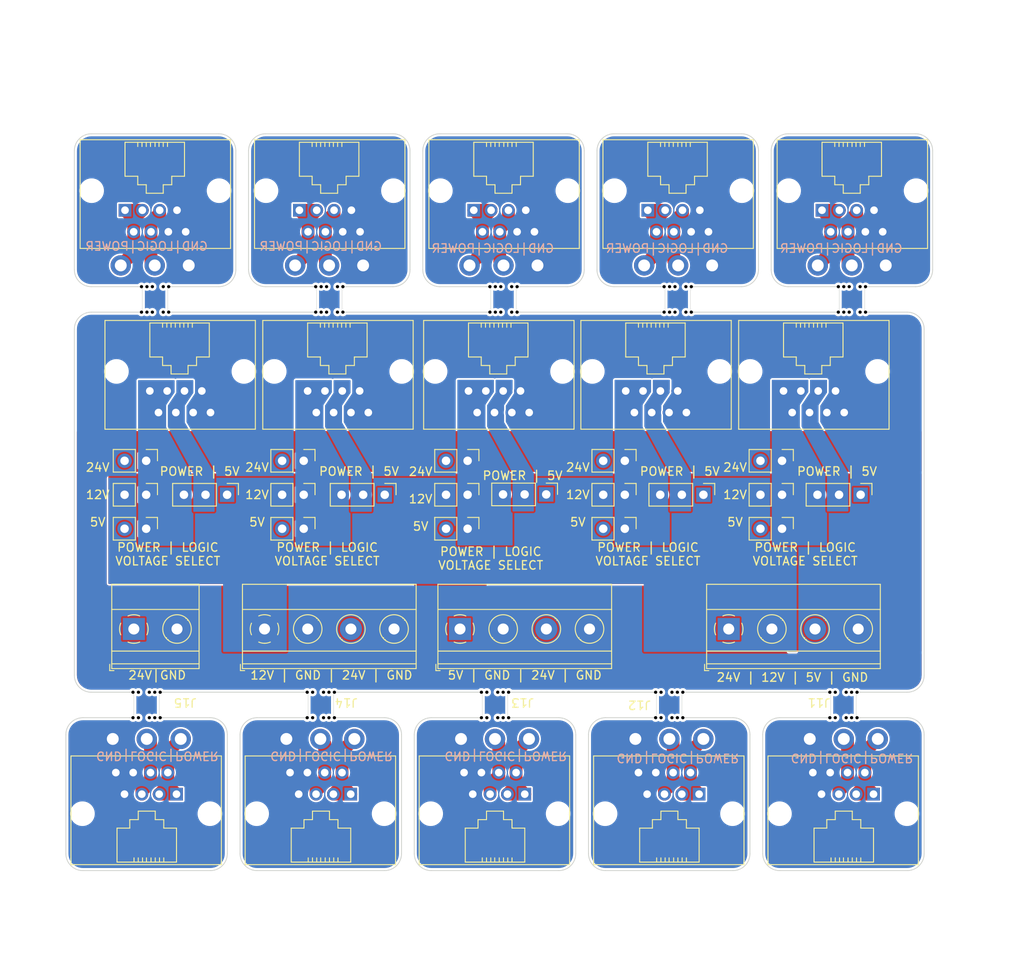
<source format=kicad_pcb>
(kicad_pcb (version 20211014) (generator pcbnew)
  (layers (0 "F.Cu" signal) (31 "B.Cu" signal) (34 "B.Paste" user) (35 "F.Paste" user) (36 "B.SilkS" user "B.Silkscreen") (37 "F.SilkS" user "F.Silkscreen") (38 "B.Mask" user) (39 "F.Mask" user) (44 "Edge.Cuts" user))
  (property "AUTHOR" "Winnie Szeto")
  (property "PROJECT_REVISION" "A01")
  (property "PROJECT_TITLE" "WS Template Project")
  (net 0 "")
  (net 1 "Net-(J1-Pad1)")
  (net 2 "Net-(J1-Pad4)")
  (net 3 "Net-(J2-Pad1)")
  (net 4 "Net-(J2-Pad4)")
  (net 5 "Net-(J3-Pad1)")
  (net 6 "Net-(J3-Pad4)")
  (net 7 "Net-(J4-Pad2)")
  (net 8 "Net-(J4-Pad5)")
  (net 9 "GND")
  (net 10 "+24V")
  (net 11 "+12V")
  (net 12 "+5V")
  (net 13 "/POWER_V1")
  (net 14 "/LOGIC_V1")
  (net 15 "/POWER_V2")
  (net 16 "/LOGIC_V2")
  (net 17 "/POWER_V3")
  (net 18 "/LOGIC_V3")
  (net 19 "/POWER_V4")
  (net 20 "/LOGIC_V4")
  (net 21 "/POWER_V5")
  (net 22 "/LOGIC_V5")
  (net 23 "Net-(J5-Pad2)")
  (net 24 "Net-(J5-Pad5)")
  (footprint "WS_LCSC_Mechanical:mousebites_cosmetic" (layer "F.Cu") (at 84.5 89.5)
    (fp_text reference "REF**" hide)
    (fp_text value "mousebites_cosmetic" hide)
    (fp_line (start -1.5 -1.5) (end -1.5 1.5) (layer "Edge.Cuts") (width 0.05))
    (fp_line (start 1.5 1.5) (end 1.5 -1.5) (layer "Edge.Cuts") (width 0.05))
  )
  (footprint "WS_LCSC_Connectors:1x03_16AWG_Wire2Board" (layer "F.Cu") (at 166.48 85.5 180)
    (fp_text reference "J10" hide)
    (fp_text value "SINK5")
  )
  (footprint "WS_LCSC_Connectors:1x03_16AWG_Wire2Board" (layer "F.Cu") (at 83.520001 141.250001)
    (fp_text reference "J10" hide)
    (fp_text value "SINK5")
  )
  (footprint "WS_LCSC_Connectors:RJ45_5501-88011111" (layer "F.Cu") (at 87.020001 147.750001 180)
    (fp_text reference "J5" hide)
    (fp_text value "RJ45_SINK5")
  )
  (footprint "WS_LCSC_Connectors:RJ45_5501-88011111" (layer "F.Cu") (at 142.48 79)
    (fp_text reference "J4" hide)
    (fp_text value "RJ45_SINK4")
  )
  (footprint "WS_LCSC_Mechanical:mousebites_cosmetic" (layer "F.Cu") (at 146 89.5)
    (fp_text reference "REF**" hide)
    (fp_text value "mousebites_cosmetic" hide)
    (fp_line (start -1.5 -1.5) (end -1.5 1.5) (layer "Edge.Cuts") (width 0.05))
    (fp_line (start 1.5 1.5) (end 1.5 -1.5) (layer "Edge.Cuts") (width 0.05))
  )
  (footprint "WS_LCSC_Connectors:1x03_16AWG_Wire2Board" (layer "F.Cu") (at 125.5 85.5 180)
    (fp_text reference "J8" hide)
    (fp_text value "SINK3")
  )
  (footprint "WS_LCSC_Mechanical:mousebites_cosmetic" (layer "F.Cu") (at 125.5 89.5)
    (fp_text reference "REF**" hide)
    (fp_text value "mousebites_cosmetic" hide)
    (fp_line (start -1.5 -1.5) (end -1.5 1.5) (layer "Edge.Cuts") (width 0.05))
    (fp_line (start 1.5 1.5) (end 1.5 -1.5) (layer "Edge.Cuts") (width 0.05))
  )
  (footprint "WS_LCSC_Connectors:1x03_16AWG_Wire2Board" (layer "F.Cu") (at 145.020001 141.250001)
    (fp_text reference "J7" hide)
    (fp_text value "SINK2")
  )
  (footprint "WS_LCSC_Connectors:RJ45_5501-88011111" (layer "F.Cu") (at 102.45 100.28)
    (fp_text reference "J12" hide)
    (fp_text value "RJ45_SOURCE2")
  )
  (footprint "TerminalBlock_Phoenix:TerminalBlock_Phoenix_MKDS-1,5-4-5.08_1x04_P5.08mm_Horizontal" (layer "F.Cu") (at 120.38 128.305)
    (fp_text reference "J18" hide)
    (fp_text value "5V_BUCK")
  )
  (footprint "Connector_PinHeader_2.54mm:PinHeader_1x03_P2.54mm_Vertical" (layer "F.Cu") (at 92.975 112.5 -90)
    (fp_text reference "JP1" hide)
    (fp_text value "LOGIC_V_1")
  )
  (footprint "TerminalBlock_Phoenix:TerminalBlock_Phoenix_MKDS-1,5-4-5.08_1x04_P5.08mm_Horizontal" (layer "F.Cu") (at 152 128.305)
    (fp_text reference "J19" hide)
    (fp_text value "POWER_RAILS")
  )
  (footprint "WS_LCSC_Connectors:RJ45_5501-88011111" (layer "F.Cu") (at 101.48 79)
    (fp_text reference "J2" hide)
    (fp_text value "RJ45_SINK2")
  )
  (footprint "WS_LCSC_Connectors:RJ45_5501-88011111" (layer "F.Cu") (at 121.38 100.28)
    (fp_text reference "J13" hide)
    (fp_text value "RJ45_SOURCE3")
  )
  (footprint "Connector_PinHeader_2.54mm:PinHeader_1x03_P2.54mm_Vertical" (layer "F.Cu") (at 149.025 112.5 -90)
    (fp_text reference "JP4" hide)
    (fp_text value "LOGIC_VOLTAGE")
  )
  (footprint "WS_LCSC_Connectors:1x03_16AWG_Wire2Board" (layer "F.Cu") (at 124.500001 141.250001)
    (fp_text reference "J8" hide)
    (fp_text value "SINK3")
  )
  (footprint "WS_LCSC_Connectors:1x03_16AWG_Wire2Board" (layer "F.Cu") (at 84.46 85.5 180)
    (fp_text reference "J6" hide)
    (fp_text value "SINK1")
  )
  (footprint "WS_LCSC_Connectors:RJ45_5501-88011111" (layer "F.Cu") (at 107.520001 147.750001 180)
    (fp_text reference "J4" hide)
    (fp_text value "RJ45_SINK4")
  )
  (footprint "Connector_PinHeader_2.54mm:PinHeader_1x02_P2.54mm_Vertical" (layer "F.Cu") (at 121.275 108.5 -90)
    (fp_text reference "JP18" hide)
    (fp_text value "P24V_1")
  )
  (footprint "WS_LCSC_Connectors:RJ45_5501-88011111" (layer "F.Cu") (at 158.45 100.28)
    (fp_text reference "J15" hide)
    (fp_text value "RJ45_SOURCE5")
  )
  (footprint "Connector_PinHeader_2.54mm:PinHeader_1x02_P2.54mm_Vertical" (layer "F.Cu") (at 139.775 116.5 -90)
    (fp_text reference "JP9" hide)
    (fp_text value "P5V_1")
  )
  (footprint "Connector_PinHeader_2.54mm:PinHeader_1x03_P2.54mm_Vertical" (layer "F.Cu") (at 130.525 112.46 -90)
    (fp_text reference "JP3" hide)
    (fp_text value "LOGIC_VOLTAGE")
  )
  (footprint "WS_LCSC_Connectors:1x03_16AWG_Wire2Board" (layer "F.Cu") (at 146.05 85.5 180)
    (fp_text reference "J9" hide)
    (fp_text value "SINK4")
  )
  (footprint "WS_LCSC_Connectors:RJ45_5501-88011111" (layer "F.Cu") (at 169.040001 147.750001 180)
    (fp_text reference "J1" hide)
    (fp_text value "RJ45_SINK1")
  )
  (footprint "WS_LCSC_Mechanical:mousebites_cosmetic" (layer "F.Cu") (at 166.5 89.5)
    (fp_text reference "REF**" hide)
    (fp_text value "mousebites_cosmetic" hide)
    (fp_line (start -1.5 -1.5) (end -1.5 1.5) (layer "Edge.Cuts") (width 0.05))
    (fp_line (start 1.5 1.5) (end 1.5 -1.5) (layer "Edge.Cuts") (width 0.05))
  )
  (footprint "WS_LCSC_Connectors:1x03_16AWG_Wire2Board" (layer "F.Cu") (at 104.98 85.5 180)
    (fp_text reference "J7" hide)
    (fp_text value "SINK2")
  )
  (footprint "Connector_PinHeader_2.54mm:PinHeader_1x02_P2.54mm_Vertical" (layer "F.Cu") (at 83.45 116.5 -90)
    (fp_text reference "JP6" hide)
    (fp_text value "P5V_1")
  )
  (footprint "WS_LCSC_Connectors:RJ45_5501-88011111" (layer "F.Cu") (at 83.88 100.28)
    (fp_text reference "J11" hide)
    (fp_text value "RJ45_SOURCE1")
  )
  (footprint "Connector_PinHeader_2.54mm:PinHeader_1x02_P2.54mm_Vertical" (layer "F.Cu") (at 158.275 108.5 -90)
    (fp_text reference "JP20" hide)
    (fp_text value "P24V_1")
  )
  (footprint "WS_LCSC_Connectors:RJ45_5501-88011111" (layer "F.Cu") (at 80.96 79)
    (fp_text reference "J1" hide)
    (fp_text value "RJ45_SINK1")
  )
  (footprint "Connector_PinHeader_2.54mm:PinHeader_1x02_P2.54mm_Vertical" (layer "F.Cu") (at 121.275 112.5 -90)
    (fp_text reference "JP13" hide)
    (fp_text value "P12V_1")
  )
  (footprint "WS_LCSC_Connectors:RJ45_5501-88011111" (layer "F.Cu") (at 122 79)
    (fp_text reference "J3" hide)
    (fp_text value "RJ45_SINK3")
  )
  (footprint "WS_LCSC_Mechanical:mousebites_cosmetic" (layer "F.Cu") (at 145.000001 137.250001 180)
    (fp_text reference "REF**" hide)
    (fp_text value "mousebites_cosmetic" hide)
    (fp_line (start -1.5 -1.5) (end -1.5 1.5) (layer "Edge.Cuts") (width 0.05))
    (fp_line (start 1.5 1.5) (end 1.5 -1.5) (layer "Edge.Cuts") (width 0.05))
  )
  (footprint "Connector_PinHeader_2.54mm:PinHeader_1x03_P2.54mm_Vertical" (layer "F.Cu") (at 167.525 112.5 -90)
    (fp_text reference "JP5" hide)
    (fp_text value "LOGIC_VOLTAGE")
  )
  (footprint "Connector_PinHeader_2.54mm:PinHeader_1x02_P2.54mm_Vertical" (layer "F.Cu") (at 83.45 108.5 -90)
    (fp_text reference "JP16" hide)
    (fp_text value "P24V_1")
  )
  (footprint "Connector_PinHeader_2.54mm:PinHeader_1x02_P2.54mm_Vertical" (layer "F.Cu") (at 121.275 116.5 -90)
    (fp_text reference "JP8" hide)
    (fp_text value "P5V_1")
  )
  (footprint "WS_LCSC_Connectors:1x03_16AWG_Wire2Board" (layer "F.Cu") (at 103.950001 141.250001)
    (fp_text reference "J9" hide)
    (fp_text value "SINK4")
  )
  (footprint "TerminalBlock_Phoenix:TerminalBlock_Phoenix_MKDS-1,5-2-5.08_1x02_P5.08mm_Horizontal" (layer "F.Cu") (at 82 128.305)
    (fp_text reference "J16" hide)
    (fp_text value "24VIN")
  )
  (footprint "Connector_PinHeader_2.54mm:PinHeader_1x02_P2.54mm_Vertical" (layer "F.Cu") (at 158.275 116.5 -90)
    (fp_text reference "JP10" hide)
    (fp_text value "P5V_1")
  )
  (footprint "TerminalBlock_Phoenix:TerminalBlock_Phoenix_MKDS-1,5-4-5.08_1x04_P5.08mm_Horizontal" (layer "F.Cu") (at 97.38 128.305)
    (fp_text reference "J17" hide)
    (fp_text value "12V_BUCK")
  )
  (footprint "WS_LCSC_Mechanical:mousebites_cosmetic" (layer "F.Cu") (at 83.500001 137.250001 180)
    (fp_text reference "REF**" hide)
    (fp_text value "mousebites_cosmetic" hide)
    (fp_line (start 1.5 1.5) (end 1.5 -1.5) (layer "Edge.Cuts") (width 0.05))
    (fp_line (start -1.5 -1.5) (end -1.5 1.5) (layer "Edge.Cuts") (width 0.05))
  )
  (footprint "WS_LCSC_Mechanical:mousebites_cosmetic" (layer "F.Cu") (at 124.500001 137.250001 180)
    (fp_text reference "REF**" hide)
    (fp_text value "mousebites_cosmetic" hide)
    (fp_line (start -1.5 -1.5) (end -1.5 1.5) (layer "Edge.Cuts") (width 0.05))
    (fp_line (start 1.5 1.5) (end 1.5 -1.5) (layer "Edge.Cuts") (width 0.05))
  )
  (footprint "Connector_PinHeader_2.54mm:PinHeader_1x02_P2.54mm_Vertical" (layer "F.Cu") (at 139.775 108.5 -90)
    (fp_text reference "JP19" hide)
    (fp_text value "P24V_1")
  )
  (footprint "WS_LCSC_Connectors:RJ45_5501-88011111" (layer "F.Cu") (at 148.520001 147.750001 180)
    (fp_text reference "J2" hide)
    (fp_text value "RJ45_SINK2")
  )
  (footprint "WS_LCSC_Connectors:RJ45_5501-88011111" (layer "F.Cu") (at 128.000001 147.750001 180)
    (fp_text reference "J3" hide)
    (fp_text value "RJ45_SINK3")
  )
  (footprint "Connector_PinHeader_2.54mm:PinHeader_1x02_P2.54mm_Vertical" (layer "F.Cu") (at 158.275 112.5 -90)
    (fp_text reference "JP15" hide)
    (fp_text value "P12V_1")
  )
  (footprint "WS_LCSC_Mechanical:mousebites_cosmetic" (layer "F.Cu") (at 165.500001 137.250001 180)
    (fp_text reference "REF**" hide)
    (fp_text value "mousebites_cosmetic" hide)
    (fp_line (start 1.5 1.5) (end 1.5 -1.5) (layer "Edge.Cuts") (width 0.05))
    (fp_line (start -1.5 -1.5) (end -1.5 1.5) (layer "Edge.Cuts") (width 0.05))
  )
  (footprint "Connector_PinHeader_2.54mm:PinHeader_1x02_P2.54mm_Vertical" (layer "F.Cu") (at 83.45 112.5 -90)
    (fp_text reference "JP11" hide)
    (fp_text value "P12V_1")
  )
  (footprint "Connector_PinHeader_2.54mm:PinHeader_1x03_P2.54mm_Vertical" (layer "F.Cu") (at 111.525 112.5 -90)
    (fp_text reference "JP2" hide)
    (fp_text value "LOGIC_V_2")
  )
  (footprint "WS_LCSC_Connectors:RJ45_5501-88011111" (layer "F.Cu") (at 162.98 79)
    (fp_text reference "J5" hide)
    (fp_text value "RJ45_SINK5")
  )
  (footprint "Connector_PinHeader_2.54mm:PinHeader_1x02_P2.54mm_Vertical" (layer "F.Cu") (at 101.99 116.5 -90)
    (fp_text reference "JP7" hide)
    (fp_text value "P5V_2")
  )
  (footprint "WS_LCSC_Mechanical:mousebites_cosmetic" (layer "F.Cu") (at 105 89.5)
    (fp_text reference "REF**" hide)
    (fp_text value "mousebites_cosmetic" hide)
    (fp_line (start -1.5 -1.5) (end -1.5 1.5) (layer "Edge.Cuts") (width 0.05))
    (fp_line (start 1.5 1.5) (end 1.5 -1.5) (layer "Edge.Cuts") (width 0.05))
  )
  (footprint "WS_LCSC_Mechanical:mousebites_cosmetic" (layer "F.Cu") (at 104.000001 137.250001 180)
    (fp_text reference "REF**" hide)
    (fp_text value "mousebites_cosmetic" hide)
    (fp_line (start 1.5 1.5) (end 1.5 -1.5) (layer "Edge.Cuts") (width 0.05))
    (fp_line (start -1.5 -1.5) (end -1.5 1.5) (layer "Edge.Cuts") (width 0.05))
  )
  (footprint "WS_LCSC_Connectors:1x03_16AWG_Wire2Board" (layer "F.Cu") (at 165.540001 141.250001)
    (fp_text reference "J6" hide)
    (fp_text value "SINK1")
  )
  (footprint "Connector_PinHeader_2.54mm:PinHeader_1x02_P2.54mm_Vertical" (layer "F.Cu") (at 101.99 108.5 -90)
    (fp_text reference "JP17" hide)
    (fp_text value "P24V_2")
  )
  (footprint "Connector_PinHeader_2.54mm:PinHeader_1x02_P2.54mm_Vertical" (layer "F.Cu") (at 139.775 112.5 -90)
    (fp_text reference "JP14" hide)
    (fp_text value "P12V_1")
  )
  (footprint "Connector_PinHeader_2.54mm:PinHeader_1x02_P2.54mm_Vertical" (layer "F.Cu") (at 101.99 112.5 -90)
    (fp_text reference "JP12" hide)
    (fp_text value "P12V_2")
  )
  (footprint "WS_LCSC_Connectors:RJ45_5501-88011111" (layer "F.Cu") (at 139.88 100.28)
    (fp_text reference "J14" hide)
    (fp_text value "RJ45_SOURCE4")
  )
  (gr_arc (start 75 93) (mid 75.585786 91.585786) (end 77 91) (layer "Edge.Cuts") (width 0.1))
  (gr_line (start 106.5 88) (end 112.5 88) (layer "Edge.Cuts") (width 0.1))
  (gr_line (start 137.500001 156.750001) (end 152.500001 156.750001) (layer "Edge.Cuts") (width 0.1))
  (gr_line (start 103.5 91) (end 86 91) (layer "Edge.Cuts") (width 0.1))
  (gr_line (start 143.500001 138.750001) (end 137.500001 138.750001) (layer "Edge.Cuts") (width 0.1))
  (gr_line (start 116 72) (end 116 86) (layer "Edge.Cuts") (width 0.1))
  (gr_line (start 159 88) (end 165 88) (layer "Edge.Cuts") (width 0.1))
  (gr_arc (start 75 72) (mid 75.585786 70.585786) (end 77 70) (layer "Edge.Cuts") (width 0.1))
  (gr_arc (start 175.000001 133.750001) (mid 174.414215 135.164215) (end 173.000001 135.750001) (layer "Edge.Cuts") (width 0.1))
  (gr_line (start 86 88) (end 92 88) (layer "Edge.Cuts") (width 0.1))
  (gr_line (start 92 70) (end 77 70) (layer "Edge.Cuts") (width 0.1))
  (gr_arc (start 176 86) (mid 175.414214 87.414214) (end 174 88) (layer "Edge.Cuts") (width 0.1))
  (gr_line (start 111.500001 138.750001) (end 105.500001 138.750001) (layer "Edge.Cuts") (width 0.1))
  (gr_line (start 173.000001 138.750001) (end 167.000001 138.750001) (layer "Edge.Cuts") (width 0.1))
  (gr_line (start 176 86) (end 176 72) (layer "Edge.Cuts") (width 0.1))
  (gr_line (start 135.500001 140.750001) (end 135.500001 154.750001) (layer "Edge.Cuts") (width 0.1))
  (gr_line (start 77 88) (end 83 88) (layer "Edge.Cuts") (width 0.1))
  (gr_line (start 77.000001 135.75) (end 82.000001 135.750001) (layer "Edge.Cuts") (width 0.1))
  (gr_arc (start 112.5 70) (mid 113.914214 70.585786) (end 114.5 72) (layer "Edge.Cuts") (width 0.1))
  (gr_arc (start 138.5 88) (mid 137.085786 87.414214) (end 136.5 86) (layer "Edge.Cuts") (width 0.1))
  (gr_line (start 76.000001 156.750001) (end 91.000001 156.750001) (layer "Edge.Cuts") (width 0.1))
  (gr_arc (start 114.5 86) (mid 113.914214 87.414214) (end 112.5 88) (layer "Edge.Cuts") (width 0.1))
  (gr_line (start 134.000001 154.750001) (end 134.000001 140.750001) (layer "Edge.Cuts") (width 0.1))
  (gr_line (start 175.000001 133.750001) (end 175 93.000001) (layer "Edge.Cuts") (width 0.1))
  (gr_arc (start 173.000001 138.750001) (mid 174.414215 139.335787) (end 175.000001 140.750001) (layer "Edge.Cuts") (width 0.1))
  (gr_line (start 118 88) (end 124 88) (layer "Edge.Cuts") (width 0.1))
  (gr_arc (start 175.000001 154.750001) (mid 174.414215 156.164215) (end 173.000001 156.750001) (layer "Edge.Cuts") (width 0.1))
  (gr_line (start 75 72) (end 75 86) (layer "Edge.Cuts") (width 0.1))
  (gr_line (start 97.5 88) (end 103.5 88) (layer "Edge.Cuts") (width 0.1))
  (gr_arc (start 156.000001 140.750001) (mid 156.585787 139.335787) (end 158.000001 138.750001) (layer "Edge.Cuts") (width 0.1))
  (gr_line (start 174 70) (end 159 70) (layer "Edge.Cuts") (width 0.1))
  (gr_line (start 112.5 70) (end 97.5 70) (layer "Edge.Cuts") (width 0.1))
  (gr_arc (start 174 70) (mid 175.414214 70.585786) (end 176 72) (layer "Edge.Cuts") (width 0.1))
  (gr_arc (start 117.000001 156.750001) (mid 115.585787 156.164215) (end 115.000001 154.750001) (layer "Edge.Cuts") (width 0.1))
  (gr_line (start 127 88) (end 133 88) (layer "Edge.Cuts") (width 0.1))
  (gr_arc (start 118 88) (mid 116.585786 87.414214) (end 116 86) (layer "Edge.Cuts") (width 0.1))
  (gr_arc (start 96.500001 156.750001) (mid 95.085787 156.164215) (end 94.500001 154.750001) (layer "Edge.Cuts") (width 0.1))
  (gr_line (start 127 91) (end 144.5 91) (layer "Edge.Cuts") (width 0.1))
  (gr_line (start 113.500001 154.750001) (end 113.500001 140.750001) (layer "Edge.Cuts") (width 0.1))
  (gr_line (start 102.500001 138.750001) (end 96.500001 138.750001) (layer "Edge.Cuts") (width 0.1))
  (gr_arc (start 135 86) (mid 134.414214 87.414214) (end 133 88) (layer "Edge.Cuts") (width 0.1))
  (gr_line (start 135 86) (end 135 72) (layer "Edge.Cuts") (width 0.1))
  (gr_line (start 93.000001 154.750001) (end 93.000001 140.750001) (layer "Edge.Cuts") (width 0.1))
  (gr_arc (start 77.000001 135.75) (mid 75.585787 135.164214) (end 75.000001 133.75) (layer "Edge.Cuts") (width 0.1))
  (gr_arc (start 76.000001 156.750001) (mid 74.585787 156.164215) (end 74.000001 154.750001) (layer "Edge.Cuts") (width 0.1))
  (gr_arc (start 97.5 88) (mid 96.085786 87.414214) (end 95.5 86) (layer "Edge.Cuts") (width 0.1))
  (gr_arc (start 115.000001 140.750001) (mid 115.585787 139.335787) (end 117.000001 138.750001) (layer "Edge.Cuts") (width 0.1))
  (gr_line (start 154.500001 154.750001) (end 154.500001 140.750001) (layer "Edge.Cuts") (width 0.1))
  (gr_line (start 133 70) (end 118 70) (layer "Edge.Cuts") (width 0.1))
  (gr_arc (start 133 70) (mid 134.414214 70.585786) (end 135 72) (layer "Edge.Cuts") (width 0.1))
  (gr_line (start 147.5 88) (end 153.5 88) (layer "Edge.Cuts") (width 0.1))
  (gr_arc (start 159 88) (mid 157.585786 87.414214) (end 157 86) (layer "Edge.Cuts") (width 0.1))
  (gr_arc (start 113.500001 154.750001) (mid 112.914215 156.164215) (end 111.500001 156.750001) (layer "Edge.Cuts") (width 0.1))
  (gr_line (start 96.500001 156.750001) (end 111.500001 156.750001) (layer "Edge.Cuts") (width 0.1))
  (gr_arc (start 91.000001 138.750001) (mid 92.414215 139.335787) (end 93.000001 140.750001) (layer "Edge.Cuts") (width 0.1))
  (gr_line (start 74.000001 140.750001) (end 74.000001 154.750001) (layer "Edge.Cuts") (width 0.1))
  (gr_line (start 115.000001 140.750001) (end 115.000001 154.750001) (layer "Edge.Cuts") (width 0.1))
  (gr_arc (start 92 70) (mid 93.414214 70.585786) (end 94 72) (layer "Edge.Cuts") (width 0.1))
  (gr_arc (start 155.5 86) (mid 154.914214 87.414214) (end 153.5 88) (layer "Edge.Cuts") (width 0.1))
  (gr_line (start 173 91.000001) (end 168 91) (layer "Edge.Cuts") (width 0.1))
  (gr_line (start 155.5 86) (end 155.5 72) (layer "Edge.Cuts") (width 0.1))
  (gr_arc (start 111.500001 138.750001) (mid 112.914215 139.335787) (end 113.500001 140.750001) (layer "Edge.Cuts") (width 0.1))
  (gr_line (start 152.500001 138.750001) (end 146.500001 138.750001) (layer "Edge.Cuts") (width 0.1))
  (gr_line (start 136.5 72) (end 136.5 86) (layer "Edge.Cuts") (width 0.1))
  (gr_arc (start 136.5 72) (mid 137.085786 70.585786) (end 138.5 70) (layer "Edge.Cuts") (width 0.1))
  (gr_line (start 94 86) (end 94 72) (layer "Edge.Cuts") (width 0.1))
  (gr_arc (start 95.5 72) (mid 96.085786 70.585786) (end 97.5 70) (layer "Edge.Cuts") (width 0.1))
  (gr_line (start 114.5 86) (end 114.5 72) (layer "Edge.Cuts") (width 0.1))
  (gr_arc (start 137.500001 156.750001) (mid 136.085787 156.164215) (end 135.500001 154.750001) (layer "Edge.Cuts") (width 0.1))
  (gr_line (start 75 93) (end 75.000001 133.75) (layer "Edge.Cuts") (width 0.1))
  (gr_line (start 146.500001 135.750001) (end 164.000001 135.750001) (layer "Edge.Cuts") (width 0.1))
  (gr_arc (start 154.500001 154.750001) (mid 153.914215 156.164215) (end 152.500001 156.750001) (layer "Edge.Cuts") (width 0.1))
  (gr_line (start 132.000001 138.750001) (end 126.000001 138.750001) (layer "Edge.Cuts") (width 0.1))
  (gr_arc (start 132.000001 138.750001) (mid 133.414215 139.335787) (end 134.000001 140.750001) (layer "Edge.Cuts") (width 0.1))
  (gr_arc (start 74.000001 140.750001) (mid 74.585787 139.335787) (end 76.000001 138.750001) (layer "Edge.Cuts") (width 0.1))
  (gr_line (start 83 91) (end 77 91) (layer "Edge.Cuts") (width 0.1))
  (gr_arc (start 134.000001 154.750001) (mid 133.414215 156.164215) (end 132.000001 156.750001) (layer "Edge.Cuts") (width 0.1))
  (gr_arc (start 157 72) (mid 157.585786 70.585786) (end 159 70) (layer "Edge.Cuts") (width 0.1))
  (gr_line (start 147.5 91) (end 165 91) (layer "Edge.Cuts") (width 0.1))
  (gr_line (start 123.000001 135.750001) (end 105.500001 135.750001) (layer "Edge.Cuts") (width 0.1))
  (gr_line (start 157 72) (end 157 86) (layer "Edge.Cuts") (width 0.1))
  (gr_line (start 123.000001 138.750001) (end 117.000001 138.750001) (layer "Edge.Cuts") (width 0.1))
  (gr_line (start 94.500001 140.750001) (end 94.500001 154.750001) (layer "Edge.Cuts") (width 0.1))
  (gr_line (start 138.5 88) (end 144.5 88) (layer "Edge.Cuts") (width 0.1))
  (gr_arc (start 116 72) (mid 116.585786 70.585786) (end 118 70) (layer "Edge.Cuts") (width 0.1))
  (gr_arc (start 158.000001 156.750001) (mid 156.585787 156.164215) (end 156.000001 154.750001) (layer "Edge.Cuts") (width 0.1))
  (gr_line (start 153.5 70) (end 138.5 70) (layer "Edge.Cuts") (width 0.1))
  (gr_line (start 117.000001 156.750001) (end 132.000001 156.750001) (layer "Edge.Cuts") (width 0.1))
  (gr_line (start 106.5 91) (end 124 91) (layer "Edge.Cuts") (width 0.1))
  (gr_line (start 168 88) (end 174 88) (layer "Edge.Cuts") (width 0.1))
  (gr_line (start 167.000001 135.750001) (end 173.000001 135.750001) (layer "Edge.Cuts") (width 0.1))
  (gr_line (start 95.5 72) (end 95.5 86) (layer "Edge.Cuts") (width 0.1))
  (gr_line (start 143.500001 135.750001) (end 126.000001 135.750001) (layer "Edge.Cuts") (width 0.1))
  (gr_line (start 158.000001 156.750001) (end 173.000001 156.750001) (layer "Edge.Cuts") (width 0.1))
  (gr_arc (start 77 88) (mid 75.585786 87.414214) (end 75 86) (layer "Edge.Cuts") (width 0.1))
  (gr_arc (start 153.5 70) (mid 154.914214 70.585786) (end 155.5 72) (layer "Edge.Cuts") (width 0.1))
  (gr_arc (start 93.000001 154.750001) (mid 92.414215 156.164215) (end 91.000001 156.750001) (layer "Edge.Cuts") (width 0.1))
  (gr_line (start 102.500001 135.750001) (end 85.000001 135.750001) (layer "Edge.Cuts") (width 0.1))
  (gr_line (start 82.000001 138.750001) (end 76.000001 138.750001) (layer "Edge.Cuts") (width 0.1))
  (gr_line (start 156.000001 140.750001) (end 156.000001 154.750001) (layer "Edge.Cuts") (width 0.1))
  (gr_arc (start 152.500001 138.750001) (mid 153.914215 139.335787) (end 154.500001 140.750001) (layer "Edge.Cuts") (width 0.1))
  (gr_arc (start 135.500001 140.750001) (mid 136.085787 139.335787) (end 137.500001 138.750001) (layer "Edge.Cuts") (width 0.1))
  (gr_line (start 175.000001 154.750001) (end 175.000001 140.750001) (layer "Edge.Cuts") (width 0.1))
  (gr_line (start 164.000001 138.750001) (end 158.000001 138.750001) (layer "Edge.Cuts") (width 0.1))
  (gr_arc (start 94.500001 140.750001) (mid 95.085787 139.335787) (end 96.500001 138.750001) (layer "Edge.Cuts") (width 0.1))
  (gr_arc (start 173 91.000001) (mid 174.414214 91.585787) (end 175 93.000001) (layer "Edge.Cuts") (width 0.1))
  (gr_arc (start 94 86) (mid 93.414214 87.414214) (end 92 88) (layer "Edge.Cuts") (width 0.1))
  (gr_line (start 91.000001 138.750001) (end 85.000001 138.750001) (layer "Edge.Cuts") (width 0.1))
  (gr_text "GND|LOGIC|POWER" (at 166.500001 143.500001 180) (layer "B.SilkS") (effects (font (size 1 1)) (justify mirror)))
  (gr_text "GND|LOGIC|POWER" (at 105.250001 143.250001 180) (layer "B.SilkS") (effects (font (size 1 1)) (justify mirror)))
  (gr_text "GND|LOGIC|POWER" (at 84.750001 143.250001 180) (layer "B.SilkS") (effects (font (size 1 1)) (justify mirror)))
  (gr_text "GND|LOGIC|POWER" (at 146.000001 143.500001 180) (layer "B.SilkS") (effects (font (size 1 1)) (justify mirror)))
  (gr_text "GND|LOGIC|POWER" (at 124.25 83.5) (layer "B.SilkS") (effects (font (size 1 1)) (justify mirror)))
  (gr_text "GND|LOGIC|POWER" (at 165.25 83.5) (layer "B.SilkS") (effects (font (size 1 1)) (justify mirror)))
  (gr_text "GND|LOGIC|POWER" (at 83.5 83.25) (layer "B.SilkS") (effects (font (size 1 1)) (justify mirror)))
  (gr_text "GND|LOGIC|POWER" (at 125.750001 143.250001 180) (layer "B.SilkS") (effects (font (size 1 1)) (justify mirror)))
  (gr_text "GND|LOGIC|POWER" (at 104 83.25) (layer "B.SilkS") (effects (font (size 1 1)) (justify mirror)))
  (gr_text "GND|LOGIC|POWER" (at 144.75 83.5) (layer "B.SilkS") (effects (font (size 1 1)) (justify mirror)))
  (gr_text "24V\n\n12V\n\n5V" (at 152.75 112.5) (layer "F.SilkS") (effects (font (size 1 1))))
  (gr_text "POWER | 5V" (at 146.25 109.75) (layer "F.SilkS") (effects (font (size 1 1))))
  (gr_text "POWER | LOGIC\nVOLTAGE SELECT" (at 161 119.5) (layer "F.SilkS") (effects (font (size 1 1))))
  (gr_text "5V | GND | 24V | GND" (at 128 133.75) (layer "F.SilkS") (effects (font (size 1 1))))
  (gr_text "POWER | LOGIC\nVOLTAGE SELECT" (at 86 119.5) (layer "F.SilkS") (effects (font (size 1 1))))
  (gr_text "POWER | LOGIC\nVOLTAGE SELECT" (at 104.75 119.5) (layer "F.SilkS") (effects (font (size 1 1))))
  (gr_text "24V\n\n12V\n\n5V" (at 115.75 113) (layer "F.SilkS") (effects (font (size 1 1))))
  (gr_text "POWER | 5V" (at 164.75 109.75) (layer "F.SilkS") (effects (font (size 1 1))))
  (gr_text "POWER | LOGIC\nVOLTAGE SELECT" (at 124 120) (layer "F.SilkS") (effects (font (size 1 1))))
  (gr_text "J13" (at 127.75 136.970001 180) (layer "F.SilkS") (effects (font (size 1 1))))
  (gr_text "J15" (at 88.050001 136.970001 180) (layer "F.SilkS") (effects (font (size 1 1))))
  (gr_text "24V\n\n12V\n\n5V" (at 77.75 112.5) (layer "F.SilkS") (effects (font (size 1 1))))
  (gr_text "12V | GND | 24V | GND" (at 105.25 133.75) (layer "F.SilkS") (effects (font (size 1 1))))
  (gr_text "24V\n\n12V\n\n5V" (at 134.25 112.5) (layer "F.SilkS") (effects (font (size 1 1))))
  (gr_text "24V\n\n12V\n\n5V" (at 96.5 112.5) (layer "F.SilkS") (effects (font (size 1 1))))
  (gr_text "J14" (at 107 136.970001 180) (layer "F.SilkS") (effects (font (size 1 1))))
  (gr_text "POWER | 5V" (at 127.75 110.25) (layer "F.SilkS") (effects (font (size 1 1))))
  (gr_text "POWER | 5V" (at 108.5 109.75) (layer "F.SilkS") (effects (font (size 1 1))))
  (gr_text "POWER | 5V" (at 89.75 109.75) (layer "F.SilkS") (effects (font (size 1 1))))
  (gr_text "POWER | LOGIC\nVOLTAGE SELECT" (at 142.5 119.5) (layer "F.SilkS") (effects (font (size 1 1))))
  (gr_text "J12" (at 141.5 137.25 180) (layer "F.SilkS") (effects (font (size 1 1))))
  (gr_text "24V|GND" (at 84.75 133.75) (layer "F.SilkS") (effects (font (size 1 1))))
  (gr_text "J11" (at 162.620001 136.970001 180) (layer "F.SilkS") (effects (font (size 1 1))))
  (gr_text "24V | 12V | 5V | GND" (at 159.5 134) (layer "F.SilkS") (effects (font (size 1 1))))
  (segment (start 169.040001 147.750001) (end 168.020001 146.730001) (width 1.5) (layer "F.Cu") (net 1))
  (segment (start 83 79) (end 80.96 79) (width 1.5) (layer "F.Cu") (net 1))
  (segment (start 168.020001 145.210001) (end 168.020001 142.770001) (width 1.5) (layer "F.Cu") (net 1))
  (segment (start 83 79) (end 81.98 80.02) (width 1.5) (layer "F.Cu") (net 1))
  (segment (start 167.000001 147.750001) (end 168.020001 146.730001) (width 1.5) (layer "F.Cu") (net 1))
  (segment (start 81.98 81.54) (end 81.98 83.98) (width 1.5) (layer "F.Cu") (net 1))
  (segment (start 167.000001 147.750001) (end 169.040001 147.750001) (width 1.5) (layer "F.Cu") (net 1))
  (segment (start 81.98 83.98) (end 80.46 85.5) (width 1.5) (layer "F.Cu") (net 1))
  (segment (start 80.96 79) (end 81.98 80.02) (width 1.5) (layer "F.Cu") (net 1))
  (segment (start 168.020001 142.770001) (end 169.540001 141.250001) (width 1.5) (layer "F.Cu") (net 1))
  (segment (start 81.98 80.02) (end 81.98 81.54) (width 1.5) (layer "F.Cu") (net 1))
  (segment (start 168.020001 146.730001) (end 168.020001 145.210001) (width 1.5) (layer "F.Cu") (net 1))
  (segment (start 165.980001 141.690001) (end 165.980001 145.210001) (width 1.5) (layer "F.Cu") (net 2))
  (segment (start 85.04 79.363473) (end 85.04 79) (width 1.5) (layer "F.Cu") (net 2))
  (segment (start 164.960001 147.386528) (end 164.960001 147.750001) (width 1.5) (layer "F.Cu") (net 2))
  (segment (start 165.980001 146.366528) (end 164.960001 147.386528) (width 1.5) (layer "F.Cu") (net 2))
  (segment (start 84.46 85.5) (end 84.02 85.06) (width 1.5) (layer "F.Cu") (net 2))
  (segment (start 165.980001 145.210001) (end 165.980001 146.366528) (width 1.5) (layer "F.Cu") (net 2))
  (segment (start 84.02 81.54) (end 84.02 80.383473) (width 1.5) (layer "F.Cu") (net 2))
  (segment (start 84.02 80.383473) (end 85.04 79.363473) (width 1.5) (layer "F.Cu") (net 2))
  (segment (start 165.540001 141.250001) (end 165.980001 141.690001) (width 1.5) (layer "F.Cu") (net 2))
  (segment (start 84.02 85.06) (end 84.02 81.54) (width 1.5) (layer "F.Cu") (net 2))
  (segment (start 148.520001 147.750001) (end 147.500001 146.730001) (width 1.5) (layer "F.Cu") (net 3))
  (segment (start 146.480001 147.750001) (end 148.520001 147.750001) (width 1.5) (layer "F.Cu") (net 3))
  (segment (start 147.500001 145.210001) (end 147.500001 142.770001) (width 1.5) (layer "F.Cu") (net 3))
  (segment (start 146.480001 147.750001) (end 147.500001 146.730001) (width 1.5) (layer "F.Cu") (net 3))
  (segment (start 102.5 81.54) (end 102.5 83.98) (width 1.5) (layer "F.Cu") (net 3))
  (segment (start 102.5 83.98) (end 100.98 85.5) (width 1.5) (layer "F.Cu") (net 3))
  (segment (start 147.500001 142.770001) (end 149.020001 141.250001) (width 1.5) (layer "F.Cu") (net 3))
  (segment (start 147.500001 146.730001) (end 147.500001 145.210001) (width 1.5) (layer "F.Cu") (net 3))
  (segment (start 103.52 79) (end 102.5 80.02) (width 1.5) (layer "F.Cu") (net 3))
  (segment (start 101.48 79) (end 102.5 80.02) (width 1.5) (layer "F.Cu") (net 3))
  (segment (start 102.5 80.02) (end 102.5 81.54) (width 1.5) (layer "F.Cu") (net 3))
  (segment (start 103.52 79) (end 101.48 79) (width 1.5) (layer "F.Cu") (net 3))
  (segment (start 104.98 85.5) (end 104.54 85.06) (width 1.5) (layer "F.Cu") (net 4))
  (segment (start 105.56 79.363473) (end 105.56 79) (width 1.5) (layer "F.Cu") (net 4))
  (segment (start 145.460001 141.690001) (end 145.460001 145.210001) (width 1.5) (layer "F.Cu") (net 4))
  (segment (start 145.460001 145.210001) (end 145.460001 146.366528) (width 1.5) (layer "F.Cu") (net 4))
  (segment (start 104.54 81.54) (end 104.54 80.383473) (width 1.5) (layer "F.Cu") (net 4))
  (segment (start 145.460001 146.366528) (end 144.440001 147.386528) (width 1.5) (layer "F.Cu") (net 4))
  (segment (start 104.54 80.383473) (end 105.56 79.363473) (width 1.5) (layer "F.Cu") (net 4))
  (segment (start 145.020001 141.250001) (end 145.460001 141.690001) (width 1.5) (layer "F.Cu") (net 4))
  (segment (start 144.440001 147.386528) (end 144.440001 147.750001) (width 1.5) (layer "F.Cu") (net 4))
  (segment (start 104.54 85.06) (end 104.54 81.54) (width 1.5) (layer "F.Cu") (net 4))
  (segment (start 126.980001 145.210001) (end 126.980001 146.730001) (width 1.5) (layer "F.Cu") (net 5))
  (segment (start 124.04 79) (end 123.02 80.02) (width 1.5) (layer "F.Cu") (net 5))
  (segment (start 126.980001 146.730001) (end 128.000001 147.750001) (width 1.5) (layer "F.Cu") (net 5))
  (segment (start 123.02 81.54) (end 123.02 83.98) (width 1.5) (layer "F.Cu") (net 5))
  (segment (start 122 79) (end 124.04 79) (width 1.5) (layer "F.Cu") (net 5))
  (segment (start 123.02 80.02) (end 122 79) (width 1.5) (layer "F.Cu") (net 5))
  (segment (start 125.960001 147.750001) (end 126.980001 146.730001) (width 1.5) (layer "F.Cu") (net 5))
  (segment (start 126.980001 142.770001) (end 128.500001 141.250001) (width 1.5) (layer "F.Cu") (net 5))
  (segment (start 128.000001 147.750001) (end 125.960001 147.750001) (width 1.5) (layer "F.Cu") (net 5))
  (segment (start 123.02 81.54) (end 123.02 80.02) (width 1.5) (layer "F.Cu") (net 5))
  (segment (start 126.980001 145.210001) (end 126.980001 142.770001) (width 1.5) (layer "F.Cu") (net 5))
  (segment (start 123.02 83.98) (end 121.5 85.5) (width 1.5) (layer "F.Cu") (net 5))
  (segment (start 125.06 81.176527) (end 125.06 81.54) (width 1.5) (layer "F.Cu") (net 6))
  (segment (start 125.5 85.5) (end 125.06 85.06) (width 1.5) (layer "F.Cu") (net 6))
  (segment (start 126.08 80.156527) (end 125.06 81.176527) (width 1.5) (layer "F.Cu") (net 6))
  (segment (start 124.940001 141.690001) (end 124.940001 145.210001) (width 1.5) (layer "F.Cu") (net 6))
  (segment (start 124.500001 141.250001) (end 124.940001 141.690001) (width 1.5) (layer "F.Cu") (net 6))
  (segment (start 126.08 79) (end 126.08 80.156527) (width 1.5) (layer "F.Cu") (net 6))
  (segment (start 123.920001 146.593474) (end 124.940001 145.573474) (width 1.5) (layer "F.Cu") (net 6))
  (segment (start 124.940001 145.573474) (end 124.940001 145.210001) (width 1.5) (layer "F.Cu") (net 6))
  (segment (start 125.06 85.06) (end 125.06 81.54) (width 1.5) (layer "F.Cu") (net 6))
  (segment (start 123.920001 147.750001) (end 123.920001 146.593474) (width 1.5) (layer "F.Cu") (net 6))
  (segment (start 143.5 81.54) (end 143.5 84.05) (width 1.5) (layer "F.Cu") (net 7))
  (segment (start 107.520001 147.750001) (end 105.480001 147.750001) (width 1.5) (layer "F.Cu") (net 7))
  (segment (start 106.500001 142.700001) (end 107.950001 141.250001) (width 1.5) (layer "F.Cu") (net 7))
  (segment (start 143.5 80.02) (end 142.48 79) (width 1.5) (layer "F.Cu") (net 7))
  (segment (start 106.500001 146.730001) (end 107.520001 147.750001) (width 1.5) (layer "F.Cu") (net 7))
  (segment (start 105.480001 147.750001) (end 106.500001 146.730001) (width 1.5) (layer "F.Cu") (net 7))
  (segment (start 106.500001 145.210001) (end 106.500001 142.700001) (width 1.5) (layer "F.Cu") (net 7))
  (segment (start 106.500001 145.210001) (end 106.500001 146.730001) (width 1.5) (layer "F.Cu") (net 7))
  (segment (start 143.5 81.54) (end 143.5 80.02) (width 1.5) (layer "F.Cu") (net 7))
  (segment (start 144.52 79) (end 143.5 80.02) (width 1.5) (layer "F.Cu") (net 7))
  (segment (start 143.5 84.05) (end 142.05 85.5) (width 1.5) (layer "F.Cu") (net 7))
  (segment (start 142.48 79) (end 144.52 79) (width 1.5) (layer "F.Cu") (net 7))
  (segment (start 104.460001 141.760001) (end 104.460001 145.210001) (width 1.5) (layer "F.Cu") (net 8))
  (segment (start 145.54 84.99) (end 145.54 81.54) (width 1.5) (layer "F.Cu") (net 8))
  (segment (start 103.950001 141.250001) (end 104.460001 141.760001) (width 1.5) (layer "F.Cu") (net 8))
  (segment (start 145.54 80.383473) (end 146.56 79.363473) (width 1.5) (layer "F.Cu") (net 8))
  (segment (start 146.56 79.363473) (end 146.56 79) (width 1.5) (layer "F.Cu") (net 8))
  (segment (start 146.05 85.5) (end 145.54 84.99) (width 1.5) (layer "F.Cu") (net 8))
  (segment (start 145.54 81.54) (end 145.54 80.383473) (width 1.5) (layer "F.Cu") (net 8))
  (segment (start 103.440001 147.386528) (end 103.440001 147.750001) (width 1.5) (layer "F.Cu") (net 8))
  (segment (start 104.460001 145.210001) (end 104.460001 146.366528) (width 1.5) (layer "F.Cu") (net 8))
  (segment (start 104.460001 146.366528) (end 103.440001 147.386528) (width 1.5) (layer "F.Cu") (net 8))
  (segment (start 120.500001 142.810001) (end 122.900001 145.210001) (width 1.5) (layer "F.Cu") (net 9))
  (segment (start 129.5 83.94) (end 127.1 81.54) (width 1.5) (layer "F.Cu") (net 9))
  (segment (start 100.380001 145.210001) (end 100.380001 146.730001) (width 1.5) (layer "F.Cu") (net 9))
  (segment (start 170.48 83.94) (end 168.08 81.54) (width 1.5) (layer "F.Cu") (net 9))
  (segment (start 88.1 80.02) (end 87.08 79) (width 1.5) (layer "F.Cu") (net 9))
  (segment (start 108.98 85.5) (end 108.98 81.9) (width 1.5) (layer "F.Cu") (net 9))
  (segment (start 161.540001 144.850001) (end 161.900001 145.210001) (width 1.5) (layer "F.Cu") (net 9))
  (segment (start 88.1 81.54) (end 88.1 80.02) (width 1.5) (layer "F.Cu") (net 9))
  (segment (start 108.98 81.9) (end 108.62 81.54) (width 1.5) (layer "F.Cu") (net 9))
  (segment (start 141.020001 144.850001) (end 141.380001 145.210001) (width 1.5) (layer "F.Cu") (net 9))
  (segment (start 129.14 81.54) (end 129.14 80.02) (width 1.5) (layer "F.Cu") (net 9))
  (segment (start 122.900001 145.210001) (end 120.860001 145.210001) (width 1.5) (layer "F.Cu") (net 9))
  (segment (start 120.500001 141.250001) (end 120.500001 142.810001) (width 1.5) (layer "F.Cu") (net 9))
  (segment (start 106.58 81.54) (end 107.6 80.52) (width 1.5) (layer "F.Cu") (net 9))
  (segment (start 147.58 81.54) (end 148.6 80.52) (width 1.5) (layer "F.Cu") (net 9))
  (segment (start 120.500001 141.250001) (end 120.500001 144.850001) (width 1.5) (layer "F.Cu") (net 9))
  (segment (start 150.05 85.5) (end 150.05 81.97) (width 1.5) (layer "F.Cu") (net 9))
  (segment (start 129.5 81.9) (end 129.14 81.54) (width 1.5) (layer "F.Cu") (net 9))
  (segment (start 129.5 85.5) (end 129.5 81.9) (width 1.5) (layer "F.Cu") (net 9))
  (segment (start 99.950001 141.250001) (end 99.950001 142.740001) (width 1.5) (layer "F.Cu") (net 9))
  (segment (start 162.920001 146.230001) (end 162.920001 147.750001) (width 1.5) (layer "F.Cu") (net 9))
  (segment (start 79.520001 142.810001) (end 81.920001 145.210001) (width 1.5) (layer "F.Cu") (net 9))
  (segment (start 79.880001 145.210001) (end 79.880001 146.730001) (width 1.5) (layer "F.Cu") (net 9))
  (segment (start 108.62 81.54) (end 106.58 81.54) (width 1.5) (layer "F.Cu") (net 9))
  (segment (start 143.420001 145.210001) (end 142.400001 146.230001) (width 1.5) (layer "F.Cu") (net 9))
  (segment (start 149.62 80.02) (end 148.6 79) (width 1.5) (layer "F.Cu") (net 9))
  (segment (start 141.020001 142.810001) (end 143.420001 145.210001) (width 1.5) (layer "F.Cu") (net 9))
  (segment (start 88.46 81.9) (end 88.1 81.54) (width 1.5) (layer "F.Cu") (net 9))
  (segment (start 150.05 81.97) (end 149.62 81.54) (width 1.5) (layer "F.Cu") (net 9))
  (segment (start 100.380001 146.730001) (end 101.400001 147.750001) (width 1.5) (layer "F.Cu") (net 9))
  (segment (start 170.48 85.5) (end 170.48 83.94) (width 1.5) (layer "F.Cu") (net 9))
  (segment (start 149.62 81.54) (end 147.58 81.54) (width 1.5) (layer "F.Cu") (net 9))
  (segment (start 141.020001 141.250001) (end 141.020001 144.850001) (width 1.5) (layer "F.Cu") (net 9))
  (segment (start 129.14 80.02) (end 128.12 79) (width 1.5) (layer "F.Cu") (net 9))
  (segment (start 127.1 81.54) (end 128.12 80.52) (width 1.5) (layer "F.Cu") (net 9))
  (segment (start 108.62 81.54) (end 108.62 80.02) (width 1.5) (layer "F.Cu") (net 9))
  (segment (start 79.520001 144.850001) (end 79.880001 145.210001) (width 1.5) (layer "F.Cu") (net 9))
  (segment (start 99.950001 144.780001) (end 100.380001 145.210001) (width 1.5) (layer "F.Cu") (net 9))
  (segment (start 87.08 80.52) (end 87.08 79) (width 1.5) (layer "F.Cu") (net 9))
  (segment (start 161.540001 142.810001) (end 163.940001 145.210001) (width 1.5) (layer "F.Cu") (net 9))
  (segment (start 79.880001 145.210001) (end 81.920001 145.210001) (width 1.5) (layer "F.Cu") (net 9))
  (segment (start 142.400001 146.230001) (end 142.400001 147.750001) (width 1.5) (layer "F.Cu") (net 9))
  (segment (start 170.48 81.9) (end 170.12 81.54) (width 1.5) (layer "F.Cu") (net 9))
  (segment (start 102.420001 145.210001) (end 101.400001 146.230001) (width 1.5) (layer "F.Cu") (net 9))
  (segment (start 127.1 81.54) (end 129.14 81.54) (width 1.5) (layer "F.Cu") (net 9))
  (segment (start 170.48 85.5) (end 170.48 81.9) (width 1.5) (layer "F.Cu") (net 9))
  (segment (start 79.520001 141.250001) (end 79.520001 144.850001) (width 1.5) (layer "F.Cu") (net 9))
  (segment (start 170.12 81.54) (end 168.08 81.54) (width 1.5) (layer "F.Cu") (net 9))
  (segment (start 150.05 85.5) (end 150.05 84.01) (width 1.5) (layer "F.Cu") (net 9))
  (segment (start 141.380001 145.210001) (end 143.420001 145.210001) (width 1.5) (layer "F.Cu") (net 9))
  (segment (start 141.380001 145.210001) (end 141.380001 146.730001) (width 1.5) (layer "F.Cu") (net 9))
  (segment (start 99.950001 142.740001) (end 102.420001 145.210001) (width 1.5) (layer "F.Cu") (net 9))
  (segment (start 79.520001 141.250001) (end 79.520001 142.810001) (width 1.5) (layer "F.Cu") (net 9))
  (segment (start 121.880001 146.230001) (end 121.880001 147.750001) (width 1.5) (layer "F.Cu") (net 9))
  (segment (start 170.12 80.02) (end 169.1 79) (width 1.5) (layer "F.Cu") (net 9))
  (segment (start 129.5 85.5) (end 129.5 83.94) (width 1.5) (layer "F.Cu") (net 9))
  (segment (start 161.900001 146.730001) (end 162.920001 147.750001) (width 1.5) (layer "F.Cu") (net 9))
  (segment (start 161.540001 141.250001) (end 161.540001 142.810001) (width 1.5) (layer "F.Cu") (net 9))
  (segment (start 120.500001 144.850001) (end 120.860001 145.210001) (width 1.5) (layer "F.Cu") (net 9))
  (segment (start 80.900001 146.230001) (end 80.900001 147.750001) (width 1.5) (layer "F.Cu") (net 9))
  (segment (start 108.98 83.94) (end 106.58 81.54) (width 1.5) (layer "F.Cu") (net 9))
  (segment (start 128.12 80.52) (end 128.12 79) (width 1.5) (layer "F.Cu") (net 9))
  (segment (start 88.46 85.5) (end 88.46 81.9) (width 1.5) (layer "F.Cu") (net 9))
  (segment (start 99.950001 141.250001) (end 99.950001 144.780001) (width 1.5) (layer "F.Cu") (net 9))
  (segment (start 86.06 81.54) (end 87.08 80.52) (width 1.5) (layer "F.Cu") (net 9))
  (segment (start 88.46 83.94) (end 86.06 81.54) (width 1.5) (layer "F.Cu") (net 9))
  (segment (start 163.940001 145.210001) (end 162.920001 146.230001) (width 1.5) (layer "F.Cu") (net 9))
  (segment (start 81.920001 145.210001) (end 80.900001 146.230001) (width 1.5) (layer "F.Cu") (net 9))
  (segment (start 141.020001 141.250001) (end 141.020001 142.810001) (width 1.5) (layer "F.Cu") (net 9))
  (segment (start 150.05 84.01) (end 147.58 81.54) (width 1.5) (layer "F.Cu") (net 9))
  (segment (start 79.880001 146.730001) (end 80.900001 147.750001) (width 1.5) (layer "F.Cu") (net 9))
  (segment (start 108.98 85.5) (end 108.98 83.94) (width 1.5) (layer "F.Cu") (net 9))
  (segment (start 88.46 85.5) (end 88.46 83.94) (width 1.5) (layer "F.Cu") (net 9))
  (segment (start 170.12 81.54) (end 170.12 80.02) (width 1.5) (layer "F.Cu") (net 9))
  (segment (start 149.62 81.54) (end 149.62 80.02) (width 1.5) (layer "F.Cu") (net 9))
  (segment (start 122.900001 145.210001) (end 121.880001 146.230001) (width 1.5) (layer "F.Cu") (net 9))
  (segment (start 161.900001 145.210001) (end 161.900001 146.730001) (width 1.5) (layer "F.Cu") (net 9))
  (segment (start 141.380001 146.730001) (end 142.400001 147.750001) (width 1.5) (layer "F.Cu") (net 9))
  (segment (start 120.860001 146.730001) (end 121.880001 147.750001) (width 1.5) (layer "F.Cu") (net 9))
  (segment (start 88.1 81.54) (end 86.06 81.54) (width 1.5) (layer "F.Cu") (net 9))
  (segment (start 100.380001 145.210001) (end 102.420001 145.210001) (width 1.5) (layer "F.Cu") (net 9))
  (segment (start 108.62 80.02) (end 107.6 79) (width 1.5) (layer "F.Cu") (net 9))
  (segment (start 161.900001 145.210001) (end 163.940001 145.210001) (width 1.5) (layer "F.Cu") (net 9))
  (segment (start 169.1 80.52) (end 169.1 79) (width 1.5) (layer "F.Cu") (net 9))
  (segment (start 120.860001 145.210001) (end 120.860001 146.730001) (width 1.5) (layer "F.Cu") (net 9))
  (segment (start 107.6 80.52) (end 107.6 79) (width 1.5) (layer "F.Cu") (net 9))
  (segment (start 101.400001 146.230001) (end 101.400001 147.750001) (width 1.5) (layer "F.Cu") (net 9))
  (segment (start 168.08 81.54) (end 169.1 80.52) (width 1.5) (layer "F.Cu") (net 9))
  (segment (start 161.540001 141.250001) (end 161.540001 144.850001) (width 1.5) (layer "F.Cu") (net 9))
  (segment (start 148.6 80.52) (end 148.6 79) (width 1.5) (layer "F.Cu") (net 9))
  (segment (start 86.000001 145.210001) (end 86.000001 146.730001) (width 1.5) (layer "F.Cu") (net 23))
  (segment (start 164 80.02) (end 165.02 79) (width 1.5) (layer "F.Cu") (net 23))
  (segment (start 164 80.02) (end 162.98 79) (width 1.5) (layer "F.Cu") (net 23))
  (segment (start 86.000001 142.770001) (end 87.520001 141.250001) (width 1.5) (layer "F.Cu") (net 23))
  (segment (start 86.000001 146.730001) (end 84.980001 147.750001) (width 1.5) (layer "F.Cu") (net 23))
  (segment (start 164 81.54) (end 164 83.98) (width 1.5) (layer "F.Cu") (net 23))
  (segment (start 86.000001 145.210001) (end 86.000001 142.770001) (width 1.5) (layer "F.Cu") (net 23))
  (segment (start 164 81.54) (end 164 80.02) (width 1.5) (layer "F.Cu") (net 23))
  (segment (start 164 83.98) (end 162.48 85.5) (width 1.5) (layer "F.Cu") (net 23))
  (segment (start 162.98 79) (end 165.02 79) (width 1.5) (layer "F.Cu") (net 23))
  (segment (start 87.020001 147.750001) (end 84.980001 147.750001) (width 1.5) (layer "F.Cu") (net 23))
  (segment (start 86.000001 146.730001) (end 87.020001 147.750001) (width 1.5) (layer "F.Cu") (net 23))
  (segment (start 166.04 81.54) (end 166.04 80.383473) (width 1.5) (layer "F.Cu") (net 24))
  (segment (start 167.06 79.363473) (end 167.06 79) (width 1.5) (layer "F.Cu") (net 24))
  (segment (start 83.520001 141.250001) (end 83.960001 141.690001) (width 1.5) (layer "F.Cu") (net 24))
  (segment (start 166.04 85.06) (end 166.04 81.54) (width 1.5) (layer "F.Cu") (net 24))
  (segment (start 83.960001 146.366528) (end 82.940001 147.386528) (width 1.5) (layer "F.Cu") (net 24))
  (segment (start 83.960001 141.690001) (end 83.960001 145.210001) (width 1.5) (layer "F.Cu") (net 24))
  (segment (start 166.48 85.5) (end 166.04 85.06) (width 1.5) (layer "F.Cu") (net 24))
  (segment (start 83.960001 145.210001) (end 83.960001 146.366528) (width 1.5) (layer "F.Cu") (net 24))
  (segment (start 166.04 80.383473) (end 167.06 79.363473) (width 1.5) (layer "F.Cu") (net 24))
  (segment (start 82.940001 147.386528) (end 82.940001 147.750001) (width 1.5) (layer "F.Cu") (net 24))
  (zone (net 12) (net_name "+5V") (layer "F.Cu") (priority 2) (connect_pads yes (clearance 0.15)) (min_thickness 0.15) (fill yes (thermal_gap 0.508) (thermal_bridge_width 0.508))
    (polygon (pts (xy 176 131) (xy 159 131) (xy 159 123) (xy 123.5 123) (xy 123.5 131) (xy 115 131) (xy 115 123) (xy 79 123) (xy 79 110) (xy 176 110)))
  )
  (zone (net 10) (net_name "+24V") (layer "F.Cu") (priority 1) (connect_pads yes (clearance 0.15)) (min_thickness 0.15) (fill yes (thermal_gap 0.508) (thermal_bridge_width 0.508))
    (polygon (pts (xy 176 110) (xy 79 110) (xy 79 123) (xy 175 123) (xy 175 135) (xy 75 135) (xy 75 105) (xy 176 105)))
  )
  (zone (net 20) (net_name "/LOGIC_V4") (layer "B.Cu") (priority 3) (connect_pads yes (clearance 0.15)) (min_thickness 0.15) (fill yes (thermal_gap 0.508) (thermal_bridge_width 0.508))
    (polygon (pts (xy 145.070064 100.461783) (xy 144.070064 101.961783) (xy 144.070064 103.961783) (xy 147.570064 109.961783) (xy 147.570064 114.461783) (xy 145.070064 114.461783) (xy 145.070064 109.961783) (xy 142.070064 104.461783) (xy 142.070064 101.961783) (xy 143.070064 100.461783) (xy 143.070064 98.961783) (xy 145.070064 98.961783)))
  )
  (zone (net 19) (net_name "/POWER_V4") (layer "B.Cu") (priority 2) (connect_pads yes (clearance 0.15)) (min_thickness 0.15) (fill yes (thermal_gap 0.508) (thermal_bridge_width 0.508))
    (polygon (pts (xy 143.070064 100.461783) (xy 142.070064 101.961783) (xy 142.070064 104.461783) (xy 145.070064 109.961783) (xy 145.070064 118.461783) (xy 138.570064 118.461783) (xy 138.570064 98.961783) (xy 143.070064 98.961783)))
  )
  (zone (net 18) (net_name "/LOGIC_V3") (layer "B.Cu") (priority 3) (connect_pads yes (clearance 0.15)) (min_thickness 0.15) (fill yes (thermal_gap 0.508) (thermal_bridge_width 0.508))
    (polygon (pts (xy 126.570064 100.461783) (xy 125.570064 101.961783) (xy 125.570064 103.961783) (xy 129.070064 109.961783) (xy 129.070064 114.461783) (xy 126.570064 114.461783) (xy 126.570064 109.961783) (xy 123.570064 104.461783) (xy 123.570064 101.961783) (xy 124.570064 100.461783) (xy 124.570064 98.961783) (xy 126.570064 98.961783)))
  )
  (zone (net 15) (net_name "/POWER_V2") (layer "B.Cu") (priority 2) (connect_pads yes (clearance 0.15)) (min_thickness 0.15) (fill yes (thermal_gap 0.508) (thermal_bridge_width 0.508))
    (polygon (pts (xy 105.5 100.5) (xy 104.5 102) (xy 104.5 104.5) (xy 107.5 110) (xy 107.5 118.5) (xy 101 118.5) (xy 101 99) (xy 105.5 99)))
  )
  (zone (net 16) (net_name "/LOGIC_V2") (layer "B.Cu") (priority 3) (connect_pads yes (clearance 0.15)) (min_thickness 0.15) (fill yes (thermal_gap 0.508) (thermal_bridge_width 0.508))
    (polygon (pts (xy 107.5 100.5) (xy 106.5 102) (xy 106.5 104) (xy 110 110) (xy 110 114.5) (xy 107.5 114.5) (xy 107.5 110) (xy 104.5 104.5) (xy 104.5 102) (xy 105.5 100.5) (xy 105.5 99) (xy 107.5 99)))
  )
  (zone (net 9) (net_name "GND") (layer "B.Cu") (connect_pads yes (clearance 0.127)) (min_thickness 0.0254) (fill yes (thermal_gap 0.508) (thermal_bridge_width 0.508))
    (polygon (pts (xy 183.25 168.25) (xy 66.25 164.25) (xy 66.25 56.75) (xy 186.75 54.25)))
  )
  (zone (net 21) (net_name "/POWER_V5") (layer "B.Cu") (priority 2) (connect_pads yes (clearance 0.15)) (min_thickness 0.15) (fill yes (thermal_gap 0.508) (thermal_bridge_width 0.508))
    (polygon (pts (xy 161.570064 100.461783) (xy 160.570064 101.961783) (xy 160.570064 104.461783) (xy 163.570064 109.961783) (xy 163.570064 118.461783) (xy 157.070064 118.461783) (xy 157.070064 98.961783) (xy 161.570064 98.961783)))
  )
  (zone (net 17) (net_name "/POWER_V3") (layer "B.Cu") (priority 2) (connect_pads yes (clearance 0.15)) (min_thickness 0.15) (fill yes (thermal_gap 0.508) (thermal_bridge_width 0.508))
    (polygon (pts (xy 124.570064 100.461783) (xy 123.570064 101.961783) (xy 123.570064 104.461783) (xy 126.570064 109.961783) (xy 126.570064 118.461783) (xy 120.070064 118.461783) (xy 120.070064 98.961783) (xy 124.570064 98.961783)))
  )
  (zone (net 11) (net_name "+12V") (layer "B.Cu") (priority 1) (connect_pads yes (clearance 0.15)) (min_thickness 0.15) (fill yes (thermal_gap 0.508) (thermal_bridge_width 0.508))
    (polygon (pts (xy 160 131) (xy 142 131) (xy 142 123) (xy 100 123) (xy 99.991597 131) (xy 92.5 131) (xy 92.5 123) (xy 79 123) (xy 79 110.5) (xy 160 110.5)))
  )
  (zone (net 13) (net_name "/POWER_V1") (layer "B.Cu") (priority 2) (connect_pads yes (clearance 0.15)) (min_thickness 0.15) (fill yes (thermal_gap 0.508) (thermal_bridge_width 0.508))
    (polygon (pts (xy 87 100.5) (xy 86 102) (xy 86 104.5) (xy 89 110) (xy 89 118.5) (xy 82.5 118.5) (xy 82.5 99) (xy 87 99)))
  )
  (zone (net 14) (net_name "/LOGIC_V1") (layer "B.Cu") (priority 3) (connect_pads yes (clearance 0.15)) (min_thickness 0.15) (fill yes (thermal_gap 0.508) (thermal_bridge_width 0.508))
    (polygon (pts (xy 89 100.5) (xy 88 102) (xy 88 104) (xy 91.5 110) (xy 91.5 114.5) (xy 89 114.5) (xy 89 110) (xy 86 104.5) (xy 86 102) (xy 87 100.5) (xy 87 99) (xy 89 99)))
  )
  (zone (net 22) (net_name "/LOGIC_V5") (layer "B.Cu") (priority 3) (connect_pads yes (clearance 0.15)) (min_thickness 0.15) (fill yes (thermal_gap 0.508) (thermal_bridge_width 0.508))
    (polygon (pts (xy 163.570064 100.461783) (xy 162.570064 101.961783) (xy 162.570064 103.961783) (xy 166.070064 109.961783) (xy 166.070064 114.461783) (xy 163.570064 114.461783) (xy 163.570064 109.961783) (xy 160.570064 104.461783) (xy 160.570064 101.961783) (xy 161.570064 100.461783) (xy 161.570064 98.961783) (xy 163.570064 98.961783)))
  )
)
</source>
